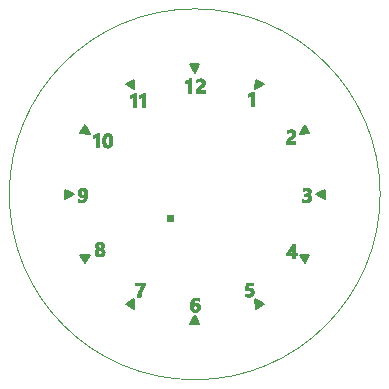
<source format=gbr>
G04 GENERATED BY PULSONIX 8.5 GERBER.DLL 5900*
G04 #@! TF.Part,Single*
%FSLAX35Y35*%
%LPD*%
%MOIN*%
G04 #@! TF.FileFunction,Legend,Top*
G04 #@! TA.AperFunction,Profile*
%ADD10C,0.00001*%
G04 #@! TD.AperFunction*
%ADD76C,0.00001*%
G04 #@! TA.AperFunction,NonMaterial*
%ADD97C,0.00001*%
%ADD236C,0.00512*%
X0Y0D02*
D02*
D10*
X61811Y123622D02*
G75*
G03Y0J-61811D01*
G01*
G75*
G03Y123622J61811*
G01*
D02*
D76*
X26035Y61813D02*
X26026Y61512D01*
X26000Y61219*
X25955Y60954*
X25902Y60697*
X25822Y60467*
X25734Y60245*
X25619Y60050*
X25503Y59873*
X25362Y59714*
X25211Y59572*
X25043Y59457*
X24857Y59350*
X24662Y59271*
X24458Y59218*
X24237Y59182*
X23998Y59173*
X23723Y59182*
X23466Y59218*
X23236Y59280*
X23014Y59359*
Y60201*
X23209Y60094*
X23422Y60024*
X23652Y59979*
X23900Y59962*
X24033Y59970*
X24148Y59979*
X24263Y60015*
X24370Y60050*
X24476Y60103*
X24564Y60165*
X24653Y60236*
X24733Y60325*
X24804Y60413*
X24866Y60520*
X24919Y60635*
X24954Y60768*
X24990Y60901*
X25016Y61042*
X25025Y61202*
X25034Y61370*
X25016*
X24928Y61264*
X24839Y61175*
X24742Y61095*
X24626Y61033*
X24502Y60980*
X24370Y60945*
X24228Y60927*
X24077Y60918*
X23936Y60927*
X23794Y60945*
X23670Y60980*
X23546Y61025*
X23431Y61087*
X23315Y61149*
X23218Y61228*
X23121Y61326*
X23041Y61423*
X22970Y61530*
X22899Y61645*
X22846Y61778*
X22802Y61910*
X22775Y62052*
X22757Y62203*
X22749Y62353*
X22757Y62531*
X22775Y62708*
X22819Y62867*
X22873Y63027*
X22935Y63168*
X23014Y63310*
X23103Y63434*
X23209Y63549*
X23324Y63647*
X23448Y63735*
X23581Y63815*
X23723Y63886*
X23882Y63930*
X24042Y63974*
X24219Y63992*
X24396Y64001*
X24582Y63992*
X24759Y63966*
X24928Y63921*
X25078Y63850*
X25229Y63771*
X25362Y63673*
X25486Y63558*
X25601Y63425*
X25698Y63275*
X25787Y63115*
X25858Y62929*
X25920Y62734*
X25973Y62531*
X26008Y62300*
X26026Y62061*
X26035Y61813*
X24999Y62362D02*
X24981Y62531D01*
X24945Y62690*
X24892Y62841*
X24821Y62965*
X24733Y63071*
X24626Y63142*
X24502Y63195*
X24361Y63213*
X24237Y63195*
X24122Y63151*
X24015Y63080*
X23927Y62991*
X23847Y62876*
X23794Y62743*
X23758Y62601*
X23750Y62442*
X23758Y62265*
X23794Y62114*
X23847Y61981*
X23927Y61875*
X24015Y61795*
X24122Y61733*
X24246Y61689*
X24387Y61680*
X24520Y61689*
X24635Y61733*
X24742Y61795*
X24830Y61875*
X24901Y61972*
X24954Y62088*
X24981Y62220*
X24999Y62362*
X25986Y62446D02*
G36*
X24990D01*
X24999Y62362*
X24981Y62220*
X24954Y62088*
X24901Y61972*
X24830Y61875*
X24742Y61795*
X24635Y61733*
X24520Y61689*
X24387Y61680*
X24246Y61689*
X24122Y61733*
X24015Y61795*
X23927Y61875*
X23847Y61981*
X23794Y62114*
X23758Y62265*
X23750Y62442*
X23750Y62446*
X22753*
X22749Y62353*
X22757Y62203*
X22775Y62052*
X22802Y61910*
X22846Y61778*
X22899Y61645*
X22970Y61530*
X23041Y61423*
X23121Y61326*
X23218Y61228*
X23315Y61149*
X23431Y61087*
X23546Y61025*
X23670Y60980*
X23794Y60945*
X23936Y60927*
X24077Y60918*
X24228Y60927*
X24370Y60945*
X24502Y60980*
X24626Y61033*
X24742Y61095*
X24839Y61175*
X24928Y61264*
X25016Y61370*
X25034*
X25025Y61202*
X25016Y61042*
X24990Y60901*
X24954Y60768*
X24919Y60635*
X24866Y60520*
X24804Y60413*
X24733Y60325*
X24653Y60236*
X24564Y60165*
X24476Y60103*
X24370Y60050*
X24263Y60015*
X24148Y59979*
X24033Y59970*
X23900Y59962*
X23652Y59979*
X23422Y60024*
X23209Y60094*
X23014Y60201*
Y59359*
X23236Y59280*
X23466Y59218*
X23723Y59182*
X23998Y59173*
X24237Y59182*
X24458Y59218*
X24662Y59271*
X24857Y59350*
X25043Y59457*
X25211Y59572*
X25362Y59714*
X25503Y59873*
X25619Y60050*
X25734Y60245*
X25822Y60467*
X25902Y60697*
X25955Y60954*
X26000Y61219*
X26026Y61512*
X26035Y61813*
X26026Y62061*
X26008Y62300*
X25986Y62446*
G37*
X24396Y64001D02*
G36*
X24219Y63992D01*
X24042Y63974*
X23882Y63930*
X23723Y63886*
X23581Y63815*
X23448Y63735*
X23324Y63647*
X23209Y63549*
X23103Y63434*
X23014Y63310*
X22935Y63168*
X22873Y63027*
X22819Y62867*
X22775Y62708*
X22757Y62531*
X22753Y62446*
X23750*
X23758Y62601*
X23794Y62743*
X23847Y62876*
X23927Y62991*
X24015Y63080*
X24122Y63151*
X24237Y63195*
X24361Y63213*
X24502Y63195*
X24626Y63142*
X24733Y63071*
X24821Y62965*
X24892Y62841*
X24945Y62690*
X24981Y62531*
X24990Y62446*
X25986*
X25973Y62531*
X25920Y62734*
X25858Y62929*
X25787Y63115*
X25698Y63275*
X25601Y63425*
X25486Y63558*
X25362Y63673*
X25229Y63771*
X25078Y63850*
X24928Y63921*
X24759Y63966*
X24582Y63992*
X24396Y64001*
G37*
X26035Y61813D02*
X24999Y62362*
X29876Y82227*
Y77462D01*
X28857*
Y81067*
X28768Y80996*
X28653Y80925*
X28414Y80801*
X28281Y80757*
X28139Y80713*
X28006Y80677*
X27865Y80659*
Y81528*
X28255Y81660*
X28618Y81829*
X28954Y82015*
X29114Y82121*
X29256Y82227*
X29876*
G36*
Y77462*
X28857*
Y81067*
X28768Y80996*
X28653Y80925*
X28414Y80801*
X28281Y80757*
X28139Y80713*
X28006Y80677*
X27865Y80659*
Y81528*
X28255Y81660*
X28618Y81829*
X28954Y82015*
X29114Y82121*
X29256Y82227*
X29876*
G37*
X28428Y42435D02*
X28446Y42621D01*
X28481Y42807*
X28552Y42984*
X28659Y43143*
X28783Y43285*
X28942Y43418*
X29128Y43533*
X29341Y43622*
X29172Y43710*
X29031Y43816*
X28898Y43941*
X28791Y44073*
X28703Y44215*
X28650Y44366*
X28605Y44516*
X28596Y44685*
X28605Y44817*
X28623Y44941*
X28659Y45057*
X28712Y45181*
X28774Y45287*
X28845Y45393*
X28924Y45482*
X29022Y45570*
X29128Y45650*
X29234Y45721*
X29358Y45783*
X29491Y45827*
X29633Y45872*
X29784Y45898*
X29934Y45916*
X30094Y45925*
X30253Y45916*
X30412Y45898*
X30563Y45872*
X30705Y45827*
X30838Y45783*
X30962Y45721*
X31077Y45650*
X31174Y45570*
X31272Y45491*
X31360Y45393*
X31431Y45296*
X31493Y45181*
X31537Y45066*
X31573Y44950*
X31591Y44826*
X31599Y44693*
X31591Y44534*
X31546Y44375*
X31484Y44233*
X31396Y44091*
X31281Y43958*
X31148Y43843*
X30988Y43737*
X30811Y43639*
X31033Y43551*
X31219Y43444*
X31378Y43312*
X31511Y43161*
X31608Y43002*
X31679Y42824*
X31723Y42638*
X31741Y42443*
X31732Y42293*
X31715Y42151*
X31670Y42018*
X31617Y41894*
X31555Y41770*
X31475Y41664*
X31387Y41566*
X31281Y41469*
X31165Y41389*
X31041Y41310*
X30900Y41248*
X30758Y41194*
X30598Y41150*
X30439Y41124*
X30262Y41106*
X30085Y41097*
X29908Y41106*
X29739Y41124*
X29571Y41150*
X29420Y41194*
X29270Y41248*
X29137Y41310*
X29013Y41380*
X28898Y41460*
X28791Y41558*
X28703Y41655*
X28623Y41770*
X28552Y41885*
X28499Y42009*
X28464Y42142*
X28437Y42284*
X28428Y42435*
X29394Y42514D02*
X29403Y42364D01*
X29447Y42231*
X29500Y42116*
X29580Y42018*
X29686Y41939*
X29801Y41877*
X29934Y41841*
X30085Y41832*
X30226Y41841*
X30359Y41877*
X30483Y41939*
X30581Y42018*
X30660Y42116*
X30722Y42231*
X30767Y42364*
X30776Y42514*
X30767Y42656*
X30722Y42789*
X30669Y42904*
X30590Y43002*
X30483Y43090*
X30368Y43152*
X30235Y43196*
X30085Y43214*
X29943Y43196*
X29810Y43161*
X29695Y43099*
X29589Y43019*
X29509Y42913*
X29447Y42798*
X29411Y42665*
X29394Y42514*
X29535Y44587D02*
X29544Y44472D01*
X29580Y44357*
X29633Y44251*
X29704Y44162*
X29784Y44091*
X29881Y44038*
X29987Y44003*
X30094Y43994*
X30209Y44003*
X30315Y44038*
X30412Y44091*
X30492Y44171*
X30563Y44259*
X30616Y44357*
X30652Y44472*
X30660Y44587*
X30652Y44711*
X30616Y44826*
X30563Y44933*
X30501Y45012*
X30412Y45092*
X30315Y45145*
X30209Y45181*
X30094Y45190*
X29978Y45181*
X29872Y45145*
X29775Y45083*
X29695Y45012*
X29624Y44924*
X29580Y44826*
X29544Y44711*
X29535Y44587*
X31734Y42523D02*
G36*
X30775D01*
X30776Y42514*
X30767Y42364*
X30722Y42231*
X30660Y42116*
X30581Y42018*
X30483Y41939*
X30359Y41877*
X30226Y41841*
X30085Y41832*
X29934Y41841*
X29801Y41877*
X29686Y41939*
X29580Y42018*
X29500Y42116*
X29447Y42231*
X29403Y42364*
X29394Y42514*
X29395Y42523*
X28437*
X28428Y42435*
X28437Y42284*
X28464Y42142*
X28499Y42009*
X28552Y41885*
X28623Y41770*
X28703Y41655*
X28791Y41558*
X28898Y41460*
X29013Y41380*
X29137Y41310*
X29270Y41248*
X29420Y41194*
X29571Y41150*
X29739Y41124*
X29908Y41106*
X30085Y41097*
X30262Y41106*
X30439Y41124*
X30598Y41150*
X30758Y41194*
X30900Y41248*
X31041Y41310*
X31165Y41389*
X31281Y41469*
X31387Y41566*
X31475Y41664*
X31555Y41770*
X31617Y41894*
X31670Y42018*
X31715Y42151*
X31732Y42293*
X31741Y42443*
X31734Y42523*
G37*
X31594Y44592D02*
G36*
X30660D01*
X30660Y44587*
X30652Y44472*
X30616Y44357*
X30563Y44259*
X30492Y44171*
X30412Y44091*
X30315Y44038*
X30209Y44003*
X30094Y43994*
X29987Y44003*
X29881Y44038*
X29784Y44091*
X29704Y44162*
X29633Y44251*
X29580Y44357*
X29544Y44472*
X29535Y44587*
X29536Y44592*
X28601*
X28605Y44516*
X28650Y44366*
X28703Y44215*
X28791Y44073*
X28898Y43941*
X29031Y43816*
X29172Y43710*
X29341Y43622*
X29128Y43533*
X28942Y43418*
X28783Y43285*
X28659Y43143*
X28552Y42984*
X28481Y42807*
X28446Y42621*
X28437Y42523*
X29395*
X29411Y42665*
X29447Y42798*
X29509Y42913*
X29589Y43019*
X29695Y43099*
X29810Y43161*
X29943Y43196*
X30085Y43214*
X30235Y43196*
X30368Y43152*
X30483Y43090*
X30590Y43002*
X30669Y42904*
X30722Y42789*
X30767Y42656*
X30775Y42523*
X31734*
X31723Y42638*
X31679Y42824*
X31608Y43002*
X31511Y43161*
X31378Y43312*
X31219Y43444*
X31033Y43551*
X30811Y43639*
X30988Y43737*
X31148Y43843*
X31281Y43958*
X31396Y44091*
X31484Y44233*
X31546Y44375*
X31591Y44534*
X31594Y44592*
G37*
X30094Y45925D02*
G36*
X29934Y45916D01*
X29784Y45898*
X29633Y45872*
X29491Y45827*
X29358Y45783*
X29234Y45721*
X29128Y45650*
X29022Y45570*
X28924Y45482*
X28845Y45393*
X28774Y45287*
X28712Y45181*
X28659Y45057*
X28623Y44941*
X28605Y44817*
X28596Y44685*
X28601Y44592*
X29536*
X29544Y44711*
X29580Y44826*
X29624Y44924*
X29695Y45012*
X29775Y45083*
X29872Y45145*
X29978Y45181*
X30094Y45190*
X30209Y45181*
X30315Y45145*
X30412Y45092*
X30501Y45012*
X30563Y44933*
X30616Y44826*
X30652Y44711*
X30660Y44592*
X31594*
X31599Y44693*
X31591Y44826*
X31573Y44950*
X31537Y45066*
X31493Y45181*
X31431Y45296*
X31360Y45393*
X31272Y45491*
X31174Y45570*
X31077Y45650*
X30962Y45721*
X30838Y45783*
X30705Y45827*
X30563Y45872*
X30412Y45898*
X30253Y45916*
X30094Y45925*
G37*
X28428Y42435D02*
X29394Y42514*
X29535Y44587*
X32646Y77382*
X32442Y77391D01*
X32256Y77417*
X32079Y77462*
X31920Y77524*
X31769Y77612*
X31627Y77710*
X31512Y77834*
X31397Y77967*
X31300Y78126*
X31211Y78294*
X31140Y78489*
X31087Y78702*
X31043Y78923*
X31007Y79171*
X30990Y79437*
X30981Y79720*
X30990Y80013*
X31007Y80296*
X31043Y80553*
X31096Y80792*
X31158Y81014*
X31238Y81218*
X31326Y81404*
X31433Y81572*
X31548Y81722*
X31681Y81855*
X31822Y81962*
X31982Y82050*
X32150Y82121*
X32336Y82165*
X32531Y82201*
X32735Y82210*
X32939Y82201*
X33116Y82174*
X33293Y82121*
X33452Y82059*
X33594Y81979*
X33727Y81873*
X33851Y81749*
X33957Y81616*
X34055Y81457*
X34134Y81280*
X34205Y81085*
X34267Y80872*
X34312Y80642*
X34338Y80385*
X34356Y80119*
X34365Y79827*
X34356Y79543*
X34338Y79269*
X34303Y79021*
X34258Y78781*
X34188Y78560*
X34117Y78365*
X34028Y78179*
X33922Y78011*
X33807Y77869*
X33674Y77736*
X33532Y77630*
X33381Y77541*
X33213Y77470*
X33036Y77417*
X32850Y77391*
X32646Y77382*
X32690Y81421D02*
X32611Y81412D01*
X32540Y81395*
X32469Y81359*
X32398Y81315*
X32345Y81253*
X32283Y81182*
X32239Y81102*
X32194Y81005*
X32150Y80890*
X32124Y80766*
X32088Y80633*
X32070Y80482*
X32053Y80314*
X32035Y80137*
X32026Y79951*
Y79747*
Y79552*
X32035Y79375*
X32053Y79207*
X32070Y79056*
X32088Y78914*
X32115Y78781*
X32150Y78666*
X32194Y78560*
X32230Y78471*
X32283Y78392*
X32336Y78321*
X32398Y78268*
X32460Y78223*
X32531Y78197*
X32602Y78179*
X32682Y78170*
X32761Y78179*
X32832Y78197*
X32894Y78223*
X32956Y78268*
X33018Y78330*
X33071Y78401*
X33116Y78480*
X33160Y78578*
X33195Y78684*
X33231Y78808*
X33257Y78941*
X33284Y79083*
X33293Y79242*
X33311Y79410*
X33319Y79596*
Y79791*
Y79995*
X33311Y80172*
X33302Y80349*
X33284Y80509*
X33257Y80651*
X33231Y80783*
X33204Y80907*
X33160Y81014*
X33125Y81111*
X33071Y81191*
X33027Y81262*
X32965Y81315*
X32903Y81359*
X32841Y81395*
X32770Y81412*
X32690Y81421*
X34364Y79796D02*
G36*
X33319D01*
Y79791*
Y79596*
X33311Y79410*
X33293Y79242*
X33284Y79083*
X33257Y78941*
X33231Y78808*
X33195Y78684*
X33160Y78578*
X33116Y78480*
X33071Y78401*
X33018Y78330*
X32956Y78268*
X32894Y78223*
X32832Y78197*
X32761Y78179*
X32682Y78170*
X32602Y78179*
X32531Y78197*
X32460Y78223*
X32398Y78268*
X32336Y78321*
X32283Y78392*
X32230Y78471*
X32194Y78560*
X32150Y78666*
X32115Y78781*
X32088Y78914*
X32070Y79056*
X32053Y79207*
X32035Y79375*
X32026Y79552*
Y79747*
Y79796*
X30983*
X30981Y79720*
X30990Y79437*
X31007Y79171*
X31043Y78923*
X31087Y78702*
X31140Y78489*
X31211Y78294*
X31300Y78126*
X31397Y77967*
X31512Y77834*
X31627Y77710*
X31769Y77612*
X31920Y77524*
X32079Y77462*
X32256Y77417*
X32442Y77391*
X32646Y77382*
X32850Y77391*
X33036Y77417*
X33213Y77470*
X33381Y77541*
X33532Y77630*
X33674Y77736*
X33807Y77869*
X33922Y78011*
X34028Y78179*
X34117Y78365*
X34188Y78560*
X34258Y78781*
X34303Y79021*
X34338Y79269*
X34356Y79543*
X34364Y79796*
G37*
X32735Y82210D02*
G36*
X32531Y82201D01*
X32336Y82165*
X32150Y82121*
X31982Y82050*
X31822Y81962*
X31681Y81855*
X31548Y81722*
X31433Y81572*
X31326Y81404*
X31238Y81218*
X31158Y81014*
X31096Y80792*
X31043Y80553*
X31007Y80296*
X30990Y80013*
X30983Y79796*
X32026*
Y79951*
X32035Y80137*
X32053Y80314*
X32070Y80482*
X32088Y80633*
X32124Y80766*
X32150Y80890*
X32194Y81005*
X32239Y81102*
X32283Y81182*
X32345Y81253*
X32398Y81315*
X32469Y81359*
X32540Y81395*
X32611Y81412*
X32690Y81421*
X32770Y81412*
X32841Y81395*
X32903Y81359*
X32965Y81315*
X33027Y81262*
X33071Y81191*
X33125Y81111*
X33160Y81014*
X33204Y80907*
X33231Y80783*
X33257Y80651*
X33284Y80509*
X33302Y80349*
X33311Y80172*
X33319Y79995*
Y79796*
X34364*
X34365Y79827*
X34356Y80119*
X34338Y80385*
X34312Y80642*
X34267Y80872*
X34205Y81085*
X34134Y81280*
X34055Y81457*
X33957Y81616*
X33851Y81749*
X33727Y81873*
X33594Y81979*
X33452Y82059*
X33293Y82121*
X33116Y82174*
X32939Y82201*
X32735Y82210*
G37*
X32646Y77382D02*
X32690Y81421*
X42221Y95557*
Y90791D01*
X41202*
Y94397*
X41114Y94326*
X40999Y94255*
X40759Y94131*
X40626Y94087*
X40485Y94042*
X40352Y94007*
X40210Y93989*
Y94857*
X40600Y94990*
X40963Y95158*
X41300Y95344*
X41459Y95451*
X41601Y95557*
X42221*
G36*
Y90791*
X41202*
Y94397*
X41114Y94326*
X40999Y94255*
X40759Y94131*
X40626Y94087*
X40485Y94042*
X40352Y94007*
X40210Y93989*
Y94857*
X40600Y94990*
X40963Y95158*
X41300Y95344*
X41459Y95451*
X41601Y95557*
X42221*
G37*
X45246Y31789D02*
X45095Y31515D01*
X44944Y31240*
X44812Y30983*
X44688Y30735*
X44448Y30239*
X44245Y29761*
X44067Y29274*
X43926Y28786*
X43864Y28530*
X43802Y28264*
X43749Y27998*
X43704Y27715*
X42632*
X42739Y28246*
X42872Y28760*
X43040Y29256*
X43217Y29743*
X43430Y30204*
X43660Y30664*
X43908Y31107*
X44165Y31541*
X41995*
Y32383*
X45246*
Y31789*
G36*
X45095Y31515*
X44944Y31240*
X44812Y30983*
X44688Y30735*
X44448Y30239*
X44245Y29761*
X44067Y29274*
X43926Y28786*
X43864Y28530*
X43802Y28264*
X43749Y27998*
X43704Y27715*
X42632*
X42739Y28246*
X42872Y28760*
X43040Y29256*
X43217Y29743*
X43430Y30204*
X43660Y30664*
X43908Y31107*
X44165Y31541*
X41995*
Y32383*
X45246*
Y31789*
G37*
X45320Y95545D02*
Y90779D01*
X44301*
Y94385*
X44212Y94314*
X44097Y94243*
X43858Y94119*
X43725Y94075*
X43584Y94030*
X43451Y93995*
X43309Y93977*
Y94845*
X43699Y94978*
X44062Y95146*
X44399Y95332*
X44558Y95439*
X44700Y95545*
X45320*
G36*
Y90779*
X44301*
Y94385*
X44212Y94314*
X44097Y94243*
X43858Y94119*
X43725Y94075*
X43584Y94030*
X43451Y93995*
X43309Y93977*
Y94845*
X43699Y94978*
X44062Y95146*
X44399Y95332*
X44558Y95439*
X44700Y95545*
X45320*
G37*
X63507Y24189D02*
X63499Y24021D01*
X63481Y23861*
X63437Y23702*
X63383Y23551*
X63321Y23401*
X63242Y23268*
X63153Y23144*
X63056Y23029*
X62940Y22922*
X62816Y22834*
X62684Y22754*
X62542Y22683*
X62391Y22630*
X62232Y22586*
X62064Y22568*
X61895Y22559*
X61700Y22568*
X61523Y22594*
X61346Y22639*
X61187Y22701*
X61036Y22789*
X60903Y22887*
X60779Y23002*
X60664Y23126*
X60566Y23277*
X60478Y23436*
X60398Y23613*
X60336Y23808*
X60283Y24021*
X60248Y24242*
X60230Y24481*
X60221Y24729*
X60230Y25022*
X60256Y25296*
X60301Y25562*
X60372Y25819*
X60451Y26058*
X60549Y26271*
X60664Y26474*
X60797Y26660*
X60939Y26820*
X61098Y26962*
X61275Y27094*
X61461Y27192*
X61665Y27281*
X61877Y27343*
X62099Y27378*
X62338Y27387*
X62595Y27378*
X62816Y27351*
X63011Y27316*
X63180Y27263*
Y26395*
X63002Y26483*
X62808Y26545*
X62613Y26590*
X62400Y26598*
X62276Y26590*
X62152Y26572*
X62037Y26536*
X61931Y26501*
X61824Y26439*
X61736Y26377*
X61647Y26297*
X61567Y26209*
X61497Y26111*
X61426Y26005*
X61373Y25890*
X61328Y25766*
X61293Y25633*
X61257Y25491*
X61240Y25341*
X61231Y25181*
X61257*
X61337Y25287*
X61443Y25385*
X61550Y25465*
X61665Y25527*
X61789Y25580*
X61931Y25615*
X62072Y25633*
X62232Y25642*
X62374Y25633*
X62506Y25615*
X62639Y25580*
X62754Y25535*
X62870Y25482*
X62976Y25411*
X63073Y25332*
X63162Y25243*
X63242Y25146*
X63304Y25031*
X63366Y24915*
X63419Y24782*
X63454Y24650*
X63481Y24499*
X63499Y24348*
X63507Y24189*
X62506Y24127D02*
X62498Y24304D01*
X62471Y24455*
X62418Y24588*
X62356Y24694*
X62267Y24774*
X62161Y24836*
X62037Y24871*
X61886Y24880*
X61753Y24862*
X61629Y24827*
X61523Y24765*
X61435Y24685*
X61364Y24579*
X61311Y24455*
X61275Y24322*
X61266Y24171*
X61275Y24003*
X61311Y23852*
X61364Y23711*
X61443Y23587*
X61532Y23489*
X61638Y23409*
X61762Y23365*
X61895Y23347*
X62028Y23365*
X62152Y23401*
X62250Y23471*
X62338Y23560*
X62409Y23675*
X62462Y23808*
X62498Y23959*
X62506Y24127*
X63503Y24114D02*
G36*
X62506D01*
X62498Y23959*
X62462Y23808*
X62409Y23675*
X62338Y23560*
X62250Y23471*
X62152Y23401*
X62028Y23365*
X61895Y23347*
X61762Y23365*
X61638Y23409*
X61532Y23489*
X61443Y23587*
X61364Y23711*
X61311Y23852*
X61275Y24003*
X61269Y24114*
X60268*
X60283Y24021*
X60336Y23808*
X60398Y23613*
X60478Y23436*
X60566Y23277*
X60664Y23126*
X60779Y23002*
X60903Y22887*
X61036Y22789*
X61187Y22701*
X61346Y22639*
X61523Y22594*
X61700Y22568*
X61895Y22559*
X62064Y22568*
X62232Y22586*
X62391Y22630*
X62542Y22683*
X62684Y22754*
X62816Y22834*
X62940Y22922*
X63056Y23029*
X63153Y23144*
X63242Y23268*
X63321Y23401*
X63383Y23551*
X63437Y23702*
X63481Y23861*
X63499Y24021*
X63503Y24114*
G37*
X62338Y27387D02*
G36*
X62099Y27378D01*
X61877Y27343*
X61665Y27281*
X61461Y27192*
X61275Y27094*
X61098Y26962*
X60939Y26820*
X60797Y26660*
X60664Y26474*
X60549Y26271*
X60451Y26058*
X60372Y25819*
X60301Y25562*
X60256Y25296*
X60230Y25022*
X60221Y24729*
X60230Y24481*
X60248Y24242*
X60268Y24114*
X61269*
X61266Y24171*
X61275Y24322*
X61311Y24455*
X61364Y24579*
X61435Y24685*
X61523Y24765*
X61629Y24827*
X61753Y24862*
X61886Y24880*
X62037Y24871*
X62161Y24836*
X62267Y24774*
X62356Y24694*
X62418Y24588*
X62471Y24455*
X62498Y24304*
X62506Y24127*
X62506Y24114*
X63503*
X63507Y24189*
X63499Y24348*
X63481Y24499*
X63454Y24650*
X63419Y24782*
X63366Y24915*
X63304Y25031*
X63242Y25146*
X63162Y25243*
X63073Y25332*
X62976Y25411*
X62870Y25482*
X62754Y25535*
X62639Y25580*
X62506Y25615*
X62374Y25633*
X62232Y25642*
X62072Y25633*
X61931Y25615*
X61789Y25580*
X61665Y25527*
X61550Y25465*
X61443Y25385*
X61337Y25287*
X61257Y25181*
X61231*
X61240Y25341*
X61257Y25491*
X61293Y25633*
X61328Y25766*
X61373Y25890*
X61426Y26005*
X61497Y26111*
X61567Y26209*
X61647Y26297*
X61736Y26377*
X61824Y26439*
X61931Y26501*
X62037Y26536*
X62152Y26572*
X62276Y26590*
X62400Y26598*
X62613Y26590*
X62808Y26545*
X63002Y26483*
X63180Y26395*
Y27263*
X63011Y27316*
X62816Y27351*
X62595Y27378*
X62338Y27387*
G37*
X63507Y24189D02*
X62506Y24127*
X60677Y100436*
Y95670D01*
X59658*
Y99276*
X59570Y99205*
X59455Y99134*
X59216Y99010*
X59083Y98966*
X58941Y98921*
X58808Y98886*
X58666Y98868*
Y99736*
X59056Y99869*
X59419Y100037*
X59756Y100223*
X59915Y100330*
X60057Y100436*
X60677*
G36*
Y95670*
X59658*
Y99276*
X59570Y99205*
X59455Y99134*
X59216Y99010*
X59083Y98966*
X58941Y98921*
X58808Y98886*
X58666Y98868*
Y99736*
X59056Y99869*
X59419Y100037*
X59756Y100223*
X59915Y100330*
X60057Y100436*
X60677*
G37*
X63202Y96521D02*
X65177D01*
Y95670*
X62077*
Y96016*
X62086Y96193*
X62103Y96361*
X62148Y96512*
X62201Y96662*
X62334Y96937*
X62502Y97176*
X62688Y97389*
X62901Y97575*
X63113Y97743*
X63308Y97894*
X63503Y98035*
X63671Y98168*
X63813Y98301*
X63928Y98434*
X64026Y98567*
X64088Y98700*
X64132Y98842*
X64141Y98992*
X64132Y99134*
X64096Y99258*
X64043Y99364*
X63972Y99444*
X63875Y99515*
X63760Y99568*
X63618Y99594*
X63450Y99603*
X63299Y99594*
X63157Y99577*
X63007Y99532*
X62865Y99479*
X62723Y99417*
X62582Y99338*
X62440Y99240*
X62298Y99125*
Y100029*
X62449Y100117*
X62608Y100197*
X62777Y100268*
X62945Y100321*
X63122Y100365*
X63299Y100392*
X63485Y100409*
X63671Y100418*
X63848Y100409*
X64008Y100392*
X64167Y100365*
X64309Y100321*
X64442Y100277*
X64566Y100215*
X64681Y100144*
X64787Y100055*
X64876Y99967*
X64956Y99869*
X65027Y99763*
X65080Y99639*
X65133Y99515*
X65159Y99382*
X65177Y99240*
X65186Y99090*
X65177Y98939*
X65159Y98788*
X65133Y98647*
X65089Y98523*
X64973Y98283*
X64823Y98062*
X64646Y97867*
X64442Y97690*
X64229Y97522*
X63999Y97353*
X63698Y97132*
X63565Y97026*
X63441Y96919*
X63344Y96813*
X63264Y96716*
X63219Y96618*
X63202Y96521*
G36*
X65177*
Y95670*
X62077*
Y96016*
X62086Y96193*
X62103Y96361*
X62148Y96512*
X62201Y96662*
X62334Y96937*
X62502Y97176*
X62688Y97389*
X62901Y97575*
X63113Y97743*
X63308Y97894*
X63503Y98035*
X63671Y98168*
X63813Y98301*
X63928Y98434*
X64026Y98567*
X64088Y98700*
X64132Y98842*
X64141Y98992*
X64132Y99134*
X64096Y99258*
X64043Y99364*
X63972Y99444*
X63875Y99515*
X63760Y99568*
X63618Y99594*
X63450Y99603*
X63299Y99594*
X63157Y99577*
X63007Y99532*
X62865Y99479*
X62723Y99417*
X62582Y99338*
X62440Y99240*
X62298Y99125*
Y100029*
X62449Y100117*
X62608Y100197*
X62777Y100268*
X62945Y100321*
X63122Y100365*
X63299Y100392*
X63485Y100409*
X63671Y100418*
X63848Y100409*
X64008Y100392*
X64167Y100365*
X64309Y100321*
X64442Y100277*
X64566Y100215*
X64681Y100144*
X64787Y100055*
X64876Y99967*
X64956Y99869*
X65027Y99763*
X65080Y99639*
X65133Y99515*
X65159Y99382*
X65177Y99240*
X65186Y99090*
X65177Y98939*
X65159Y98788*
X65133Y98647*
X65089Y98523*
X64973Y98283*
X64823Y98062*
X64646Y97867*
X64442Y97690*
X64229Y97522*
X63999Y97353*
X63698Y97132*
X63565Y97026*
X63441Y96919*
X63344Y96813*
X63264Y96716*
X63219Y96618*
X63202Y96521*
G37*
X78563Y27839D02*
Y28716D01*
X78687Y28645*
X78811Y28583*
X78935Y28538*
X79059Y28494*
X79183Y28468*
X79315Y28441*
X79448Y28423*
X79581*
X79776Y28432*
X79944Y28468*
X80095Y28530*
X80219Y28618*
X80316Y28724*
X80396Y28849*
X80432Y28990*
X80449Y29141*
X80432Y29309*
X80387Y29451*
X80308Y29566*
X80201Y29663*
X80068Y29743*
X79900Y29796*
X79696Y29832*
X79466Y29841*
X79280*
X79076Y29823*
X78864Y29805*
X78633Y29787*
X78811Y32383*
X81282*
Y31541*
X79590*
X79528Y30611*
X79758Y30620*
X79962Y30629*
X80139Y30620*
X80299Y30602*
X80458Y30576*
X80600Y30532*
X80742Y30478*
X80866Y30416*
X80981Y30337*
X81087Y30248*
X81185Y30151*
X81264Y30044*
X81335Y29929*
X81397Y29805*
X81441Y29681*
X81468Y29539*
X81486Y29389*
X81495Y29238*
X81486Y29061*
X81468Y28902*
X81424Y28742*
X81371Y28592*
X81309Y28450*
X81220Y28317*
X81123Y28193*
X81007Y28078*
X80883Y27980*
X80742Y27883*
X80600Y27812*
X80440Y27750*
X80272Y27697*
X80086Y27661*
X79900Y27644*
X79696Y27635*
X79369Y27644*
X79076Y27688*
X78802Y27750*
X78563Y27839*
G36*
Y28716*
X78687Y28645*
X78811Y28583*
X78935Y28538*
X79059Y28494*
X79183Y28468*
X79315Y28441*
X79448Y28423*
X79581*
X79776Y28432*
X79944Y28468*
X80095Y28530*
X80219Y28618*
X80316Y28724*
X80396Y28849*
X80432Y28990*
X80449Y29141*
X80432Y29309*
X80387Y29451*
X80308Y29566*
X80201Y29663*
X80068Y29743*
X79900Y29796*
X79696Y29832*
X79466Y29841*
X79280*
X79076Y29823*
X78864Y29805*
X78633Y29787*
X78811Y32383*
X81282*
Y31541*
X79590*
X79528Y30611*
X79758Y30620*
X79962Y30629*
X80139Y30620*
X80299Y30602*
X80458Y30576*
X80600Y30532*
X80742Y30478*
X80866Y30416*
X80981Y30337*
X81087Y30248*
X81185Y30151*
X81264Y30044*
X81335Y29929*
X81397Y29805*
X81441Y29681*
X81468Y29539*
X81486Y29389*
X81495Y29238*
X81486Y29061*
X81468Y28902*
X81424Y28742*
X81371Y28592*
X81309Y28450*
X81220Y28317*
X81123Y28193*
X81007Y28078*
X80883Y27980*
X80742Y27883*
X80600Y27812*
X80440Y27750*
X80272Y27697*
X80086Y27661*
X79900Y27644*
X79696Y27635*
X79369Y27644*
X79076Y27688*
X78802Y27750*
X78563Y27839*
G37*
X81530Y95974D02*
Y91208D01*
X80512*
Y94813*
X80423Y94742*
X80308Y94671*
X80069Y94547*
X79936Y94503*
X79794Y94459*
X79661Y94423*
X79520Y94406*
Y95274*
X79909Y95407*
X80273Y95575*
X80609Y95761*
X80769Y95867*
X80910Y95974*
X81530*
G36*
Y91208*
X80512*
Y94813*
X80423Y94742*
X80308Y94671*
X80069Y94547*
X79936Y94503*
X79794Y94459*
X79661Y94423*
X79520Y94406*
Y95274*
X79909Y95407*
X80273Y95575*
X80609Y95761*
X80769Y95867*
X80910Y95974*
X81530*
G37*
X93366Y79536D02*
X95341D01*
Y78685*
X92241*
Y79031*
X92250Y79208*
X92268Y79376*
X92312Y79527*
X92365Y79677*
X92498Y79952*
X92666Y80191*
X92852Y80404*
X93065Y80590*
X93277Y80758*
X93472Y80909*
X93667Y81050*
X93835Y81183*
X93977Y81316*
X94092Y81449*
X94190Y81582*
X94252Y81715*
X94296Y81856*
X94305Y82007*
X94296Y82149*
X94261Y82273*
X94208Y82379*
X94137Y82459*
X94039Y82530*
X93924Y82583*
X93782Y82609*
X93614Y82618*
X93463Y82609*
X93322Y82592*
X93171Y82547*
X93029Y82494*
X92888Y82432*
X92746Y82352*
X92604Y82255*
X92462Y82140*
Y83043*
X92613Y83132*
X92772Y83212*
X92941Y83283*
X93109Y83336*
X93286Y83380*
X93463Y83407*
X93649Y83424*
X93835Y83433*
X94013Y83424*
X94172Y83407*
X94332Y83380*
X94473Y83336*
X94606Y83291*
X94730Y83229*
X94845Y83159*
X94952Y83070*
X95040Y82981*
X95120Y82884*
X95191Y82778*
X95244Y82654*
X95297Y82530*
X95324Y82397*
X95341Y82255*
X95350Y82104*
X95341Y81954*
X95324Y81803*
X95297Y81662*
X95253Y81538*
X95138Y81298*
X94987Y81077*
X94810Y80882*
X94606Y80705*
X94394Y80537*
X94163Y80368*
X93862Y80147*
X93729Y80040*
X93605Y79934*
X93508Y79828*
X93428Y79730*
X93384Y79633*
X93366Y79536*
G36*
X95341*
Y78685*
X92241*
Y79031*
X92250Y79208*
X92268Y79376*
X92312Y79527*
X92365Y79677*
X92498Y79952*
X92666Y80191*
X92852Y80404*
X93065Y80590*
X93277Y80758*
X93472Y80909*
X93667Y81050*
X93835Y81183*
X93977Y81316*
X94092Y81449*
X94190Y81582*
X94252Y81715*
X94296Y81856*
X94305Y82007*
X94296Y82149*
X94261Y82273*
X94208Y82379*
X94137Y82459*
X94039Y82530*
X93924Y82583*
X93782Y82609*
X93614Y82618*
X93463Y82609*
X93322Y82592*
X93171Y82547*
X93029Y82494*
X92888Y82432*
X92746Y82352*
X92604Y82255*
X92462Y82140*
Y83043*
X92613Y83132*
X92772Y83212*
X92941Y83283*
X93109Y83336*
X93286Y83380*
X93463Y83407*
X93649Y83424*
X93835Y83433*
X94013Y83424*
X94172Y83407*
X94332Y83380*
X94473Y83336*
X94606Y83291*
X94730Y83229*
X94845Y83159*
X94952Y83070*
X95040Y82981*
X95120Y82884*
X95191Y82778*
X95244Y82654*
X95297Y82530*
X95324Y82397*
X95341Y82255*
X95350Y82104*
X95341Y81954*
X95324Y81803*
X95297Y81662*
X95253Y81538*
X95138Y81298*
X94987Y81077*
X94810Y80882*
X94606Y80705*
X94394Y80537*
X94163Y80368*
X93862Y80147*
X93729Y80040*
X93605Y79934*
X93508Y79828*
X93428Y79730*
X93384Y79633*
X93366Y79536*
G37*
X95288Y45270D02*
Y42320D01*
X95846*
Y41559*
X95288*
Y40602*
X94349*
Y41559*
X92312*
Y42356*
X92586Y42675*
X92870Y43020*
X93162Y43383*
X93437Y43764*
X93694Y44145*
X93933Y44526*
X94048Y44721*
X94154Y44907*
X94331Y45270*
X95288*
X93233Y42320D02*
X94349D01*
Y43959*
X94234Y43747*
X94101Y43525*
X93818Y43100*
X93525Y42692*
X93375Y42498*
X93233Y42320*
X95288Y43140D02*
G36*
X94349D01*
Y42320*
X93233*
X93375Y42498*
X93525Y42692*
X93818Y43100*
X93844Y43140*
X92966*
X92870Y43020*
X92586Y42675*
X92312Y42356*
Y41559*
X94349*
Y40602*
X95288*
Y41559*
X95846*
Y42320*
X95288*
Y43140*
G37*
Y45270D02*
G36*
X94331D01*
X94154Y44907*
X94048Y44721*
X93933Y44526*
X93694Y44145*
X93437Y43764*
X93162Y43383*
X92966Y43140*
X93844*
X94101Y43525*
X94234Y43747*
X94349Y43959*
Y43140*
X95288*
Y45270*
G37*
X93233Y42320D02*
X97676Y59404*
Y60298D01*
X97800Y60219*
X97924Y60148*
X98048Y60094*
X98181Y60041*
X98322Y60006*
X98464Y59979*
X98615Y59970*
X98774Y59962*
X98960Y59970*
X99120Y60006*
X99270Y60059*
X99385Y60130*
X99483Y60227*
X99554Y60334*
X99589Y60458*
X99607Y60599*
X99589Y60750*
X99536Y60883*
X99456Y60989*
X99332Y61087*
X99190Y61157*
X99013Y61211*
X98810Y61246*
X98588Y61255*
X98154*
Y62043*
X98553*
X98765Y62052*
X98951Y62079*
X99111Y62123*
X99235Y62194*
X99341Y62274*
X99412Y62380*
X99447Y62504*
X99465Y62646*
X99456Y62779*
X99421Y62894*
X99368Y62991*
X99288Y63071*
X99190Y63133*
X99075Y63177*
X98934Y63204*
X98765Y63213*
X98650Y63204*
X98535Y63195*
X98420Y63168*
X98305Y63133*
X98189Y63097*
X98074Y63044*
X97968Y62982*
X97853Y62911*
Y63753*
X98110Y63859*
X98384Y63939*
X98686Y63983*
X98996Y64001*
X99173Y63992*
X99332Y63983*
X99492Y63957*
X99633Y63921*
X99766Y63877*
X99890Y63815*
X100005Y63753*
X100112Y63682*
X100209Y63594*
X100289Y63505*
X100351Y63407*
X100413Y63310*
X100457Y63204*
X100484Y63089*
X100501Y62965*
X100510Y62841*
X100493Y62628*
X100457Y62424*
X100377Y62256*
X100280Y62096*
X100147Y61964*
X99988Y61857*
X99802Y61769*
X99580Y61698*
Y61680*
X99819Y61636*
X100023Y61556*
X100209Y61459*
X100369Y61317*
X100431Y61246*
X100493Y61166*
X100537Y61078*
X100581Y60989*
X100608Y60892*
X100634Y60794*
X100652Y60697*
Y60591*
X100643Y60431*
X100626Y60281*
X100581Y60139*
X100537Y60006*
X100466Y59882*
X100386Y59758*
X100289Y59652*
X100174Y59554*
X100050Y59466*
X99908Y59386*
X99766Y59324*
X99607Y59271*
X99430Y59226*
X99252Y59200*
X99058Y59182*
X98854Y59173*
X98508Y59191*
X98198Y59235*
X97915Y59306*
X97676Y59404*
G36*
Y60298*
X97800Y60219*
X97924Y60148*
X98048Y60094*
X98181Y60041*
X98322Y60006*
X98464Y59979*
X98615Y59970*
X98774Y59962*
X98960Y59970*
X99120Y60006*
X99270Y60059*
X99385Y60130*
X99483Y60227*
X99554Y60334*
X99589Y60458*
X99607Y60599*
X99589Y60750*
X99536Y60883*
X99456Y60989*
X99332Y61087*
X99190Y61157*
X99013Y61211*
X98810Y61246*
X98588Y61255*
X98154*
Y62043*
X98553*
X98765Y62052*
X98951Y62079*
X99111Y62123*
X99235Y62194*
X99341Y62274*
X99412Y62380*
X99447Y62504*
X99465Y62646*
X99456Y62779*
X99421Y62894*
X99368Y62991*
X99288Y63071*
X99190Y63133*
X99075Y63177*
X98934Y63204*
X98765Y63213*
X98650Y63204*
X98535Y63195*
X98420Y63168*
X98305Y63133*
X98189Y63097*
X98074Y63044*
X97968Y62982*
X97853Y62911*
Y63753*
X98110Y63859*
X98384Y63939*
X98686Y63983*
X98996Y64001*
X99173Y63992*
X99332Y63983*
X99492Y63957*
X99633Y63921*
X99766Y63877*
X99890Y63815*
X100005Y63753*
X100112Y63682*
X100209Y63594*
X100289Y63505*
X100351Y63407*
X100413Y63310*
X100457Y63204*
X100484Y63089*
X100501Y62965*
X100510Y62841*
X100493Y62628*
X100457Y62424*
X100377Y62256*
X100280Y62096*
X100147Y61964*
X99988Y61857*
X99802Y61769*
X99580Y61698*
Y61680*
X99819Y61636*
X100023Y61556*
X100209Y61459*
X100369Y61317*
X100431Y61246*
X100493Y61166*
X100537Y61078*
X100581Y60989*
X100608Y60892*
X100634Y60794*
X100652Y60697*
Y60591*
X100643Y60431*
X100626Y60281*
X100581Y60139*
X100537Y60006*
X100466Y59882*
X100386Y59758*
X100289Y59652*
X100174Y59554*
X100050Y59466*
X99908Y59386*
X99766Y59324*
X99607Y59271*
X99430Y59226*
X99252Y59200*
X99058Y59182*
X98854Y59173*
X98508Y59191*
X98198Y59235*
X97915Y59306*
X97676Y59404*
G37*
D02*
D97*
X54921Y52559D02*
G36*
Y54921D01*
X52559*
Y52559*
X54921*
G37*
D02*
D236*
X18530Y63322D02*
X21457Y61811D01*
X18530Y60300*
X18530Y63322*
G36*
X21457Y61811*
X18530Y60300*
X18530Y63322*
G37*
X23573Y41480D02*
X26863Y41634D01*
X25085Y38862*
X23573Y41480*
G36*
X26863Y41634*
X25085Y38862*
X23573Y41480*
G37*
X25085Y84760D02*
X26863Y81988D01*
X23573Y82142*
X25085Y84760*
G36*
X26863Y81988*
X23573Y82142*
X25085Y84760*
G37*
X38862Y25085D02*
X41634Y26863D01*
X41480Y23573*
X38862Y25085*
G36*
X41634Y26863*
X41480Y23573*
X38862Y25085*
G37*
X41480Y100049D02*
X38862Y98538D01*
X41634Y96759*
X41480Y100049*
G36*
X38862Y98538*
X41634Y96759*
X41480Y100049*
G37*
X60300Y18530D02*
X61811Y21457D01*
X63322Y18530*
X60300Y18530*
G36*
X61811Y21457*
X63322Y18530*
X60300Y18530*
G37*
X63322Y105092D02*
X61811Y102165D01*
X60300Y105092*
X63322*
G36*
X61811Y102165*
X60300Y105092*
X63322*
G37*
X82142Y23573D02*
X81988Y26863D01*
X84760Y25085*
X82142Y23573*
G36*
X81988Y26863*
X84760Y25085*
X82142Y23573*
G37*
X84760Y98538D02*
X81988Y96759D01*
X82142Y100049*
X84760Y98538*
G36*
X81988Y96759*
X82142Y100049*
X84760Y98538*
G37*
X98538Y38862D02*
X96759Y41634D01*
X100049Y41480*
X98538Y38862*
G36*
X96759Y41634*
X100049Y41480*
X98538Y38862*
G37*
X100049Y82142D02*
X96759Y81988D01*
X98538Y84760*
X100049Y82142*
G36*
X96759Y81988*
X98538Y84760*
X100049Y82142*
G37*
X105092Y60300D02*
X102165Y61811D01*
X105092Y63322*
X105092Y60300*
G36*
X102165Y61811*
X105092Y63322*
X105092Y60300*
G37*
X0Y0D02*
M02*

</source>
